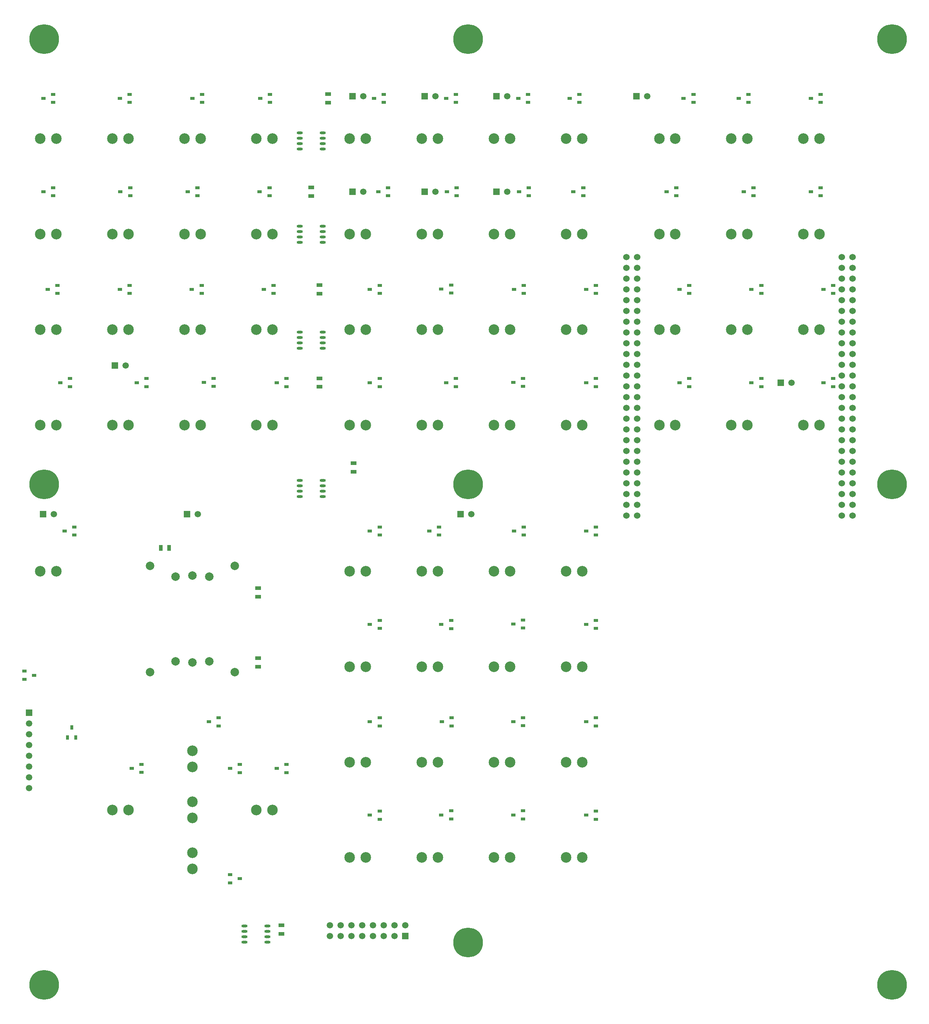
<source format=gbr>
%TF.GenerationSoftware,Altium Limited,Altium Designer,20.2.5 (213)*%
G04 Layer_Color=255*
%FSLAX45Y45*%
%MOMM*%
%TF.SameCoordinates,662F433C-BD6F-4083-8A0F-E7C0AAC1164F*%
%TF.FilePolarity,Positive*%
%TF.FileFunction,Pads,Top*%
%TF.Part,Single*%
G01*
G75*
%TA.AperFunction,SMDPad,CuDef*%
%ADD10R,1.05000X0.65000*%
%ADD11R,0.65000X1.05000*%
%ADD12R,0.95000X1.40000*%
%ADD13R,1.40000X0.95000*%
%ADD14O,1.45000X0.60000*%
%TA.AperFunction,ComponentPad*%
%ADD21C,2.50000*%
%ADD22C,1.50000*%
%ADD23R,1.50000X1.50000*%
%ADD24C,1.52400*%
%ADD25R,1.50000X1.50000*%
%ADD26C,2.00000*%
%TA.AperFunction,ViaPad*%
%ADD27C,7.00000*%
D10*
X435000Y7895000D02*
D03*
Y7705000D02*
D03*
X665000Y7800000D02*
D03*
X13914999Y4405000D02*
D03*
Y4595000D02*
D03*
X13685001Y4500000D02*
D03*
X12200000Y4410000D02*
D03*
Y4600000D02*
D03*
X11970000Y4505000D02*
D03*
X10500000Y4410000D02*
D03*
Y4600000D02*
D03*
X10270000Y4505000D02*
D03*
X8815000Y4405000D02*
D03*
Y4595000D02*
D03*
X8585000Y4500000D02*
D03*
X5285000Y3095000D02*
D03*
Y2905000D02*
D03*
X5515000Y3000000D02*
D03*
X13914999Y6605000D02*
D03*
Y6795000D02*
D03*
X13685001Y6700000D02*
D03*
X12200000Y6610000D02*
D03*
Y6800000D02*
D03*
X11970000Y6705000D02*
D03*
X10515000Y6605000D02*
D03*
Y6795000D02*
D03*
X10285000Y6700000D02*
D03*
X8815000Y6605000D02*
D03*
Y6795000D02*
D03*
X8585000Y6700000D02*
D03*
X6615000Y5505000D02*
D03*
Y5695000D02*
D03*
X6385000Y5600000D02*
D03*
X5515000Y5505000D02*
D03*
Y5695000D02*
D03*
X5285000Y5600000D02*
D03*
X3200000Y5510000D02*
D03*
Y5700000D02*
D03*
X2970000Y5605000D02*
D03*
X13914999Y8905000D02*
D03*
Y9095000D02*
D03*
X13685001Y9000000D02*
D03*
X12200000Y8910000D02*
D03*
Y9100000D02*
D03*
X11970000Y9005000D02*
D03*
X10500000Y8900000D02*
D03*
Y9090000D02*
D03*
X10270000Y8995000D02*
D03*
X8815000Y8905000D02*
D03*
Y9095000D02*
D03*
X8585000Y9000000D02*
D03*
X5015000Y6605000D02*
D03*
Y6795000D02*
D03*
X4785000Y6700000D02*
D03*
X13914999Y11105000D02*
D03*
Y11295000D02*
D03*
X13685001Y11200000D02*
D03*
X12215000Y11105000D02*
D03*
Y11295000D02*
D03*
X11985000Y11200000D02*
D03*
X10215000Y11105000D02*
D03*
Y11295000D02*
D03*
X9985000Y11200000D02*
D03*
X8815000Y11105000D02*
D03*
Y11295000D02*
D03*
X8585000Y11200000D02*
D03*
X1615000Y11105000D02*
D03*
Y11295000D02*
D03*
X1385000Y11200000D02*
D03*
X19514999Y14605000D02*
D03*
Y14795000D02*
D03*
X19285001Y14700000D02*
D03*
X17814999Y14605000D02*
D03*
Y14795000D02*
D03*
X17585001Y14700000D02*
D03*
X16114999Y14605000D02*
D03*
Y14795000D02*
D03*
X15885001Y14700000D02*
D03*
X13914999Y14605000D02*
D03*
Y14795000D02*
D03*
X13685001Y14700000D02*
D03*
X12200000Y14610001D02*
D03*
Y14800000D02*
D03*
X11970000Y14705000D02*
D03*
X10615000Y14605000D02*
D03*
Y14795000D02*
D03*
X10385000Y14700000D02*
D03*
X8815000Y14605000D02*
D03*
Y14795000D02*
D03*
X8585000Y14700000D02*
D03*
X6615000Y14605000D02*
D03*
Y14795000D02*
D03*
X6385000Y14700000D02*
D03*
X4900000Y14610001D02*
D03*
Y14800000D02*
D03*
X4670000Y14705000D02*
D03*
X3315000Y14605000D02*
D03*
Y14795000D02*
D03*
X3085000Y14700000D02*
D03*
X1515000Y14605000D02*
D03*
Y14795000D02*
D03*
X1285000Y14700000D02*
D03*
X19514999Y16805000D02*
D03*
Y16995000D02*
D03*
X19285001Y16900000D02*
D03*
X17814999Y16805000D02*
D03*
Y16995000D02*
D03*
X17585001Y16900000D02*
D03*
X16114999Y16805000D02*
D03*
Y16995000D02*
D03*
X15885001Y16900000D02*
D03*
X13914999Y16805000D02*
D03*
Y16995000D02*
D03*
X13685001Y16900000D02*
D03*
X12215000Y16805000D02*
D03*
Y16995000D02*
D03*
X11985000Y16900000D02*
D03*
X10500000Y16810001D02*
D03*
Y17000000D02*
D03*
X10270000Y16905000D02*
D03*
X8815000Y16805000D02*
D03*
Y16995000D02*
D03*
X8585000Y16900000D02*
D03*
X6315000Y16805000D02*
D03*
Y16995000D02*
D03*
X6085000Y16900000D02*
D03*
X4615000Y16805000D02*
D03*
Y16995000D02*
D03*
X4385000Y16900000D02*
D03*
X2915000Y16805000D02*
D03*
Y16995000D02*
D03*
X2685000Y16900000D02*
D03*
X1215000Y16805000D02*
D03*
Y16995000D02*
D03*
X985000Y16900000D02*
D03*
X19214999Y19105000D02*
D03*
Y19295000D02*
D03*
X18985001Y19200000D02*
D03*
X17630000Y19105000D02*
D03*
Y19295000D02*
D03*
X17400000Y19200000D02*
D03*
X15814999Y19105000D02*
D03*
Y19295000D02*
D03*
X15585001Y19200000D02*
D03*
X13614999Y19105000D02*
D03*
Y19295000D02*
D03*
X13385001Y19200000D02*
D03*
X12330000Y19105000D02*
D03*
Y19295000D02*
D03*
X12100000Y19200000D02*
D03*
X10630000Y19105000D02*
D03*
Y19295000D02*
D03*
X10400000Y19200000D02*
D03*
X9015000Y19105000D02*
D03*
Y19295000D02*
D03*
X8785000Y19200000D02*
D03*
X6215000Y19105000D02*
D03*
Y19295000D02*
D03*
X5985000Y19200000D02*
D03*
X4515000Y19105000D02*
D03*
Y19295000D02*
D03*
X4285000Y19200000D02*
D03*
X2930000Y19105000D02*
D03*
Y19295000D02*
D03*
X2700000Y19200000D02*
D03*
X1115000Y19105000D02*
D03*
Y19295000D02*
D03*
X885000Y19200000D02*
D03*
X19214999Y21305000D02*
D03*
Y21495000D02*
D03*
X18985001Y21400000D02*
D03*
X17514999Y21305000D02*
D03*
Y21495000D02*
D03*
X17285001Y21400000D02*
D03*
X16214999Y21305000D02*
D03*
Y21495000D02*
D03*
X15985001Y21400000D02*
D03*
X13530000Y21305000D02*
D03*
Y21495000D02*
D03*
X13300000Y21400000D02*
D03*
X12315000Y21305000D02*
D03*
Y21495000D02*
D03*
X12085000Y21400000D02*
D03*
X10615000Y21305000D02*
D03*
Y21495000D02*
D03*
X10385000Y21400000D02*
D03*
X8915000Y21305000D02*
D03*
Y21495000D02*
D03*
X8685000Y21400000D02*
D03*
X6230000Y21305000D02*
D03*
Y21495000D02*
D03*
X6000000Y21400000D02*
D03*
X4630000Y21305000D02*
D03*
Y21495000D02*
D03*
X4400000Y21400000D02*
D03*
X2915000Y21305000D02*
D03*
Y21495000D02*
D03*
X2685000Y21400000D02*
D03*
X1115000Y21305000D02*
D03*
Y21495000D02*
D03*
X885000Y21400000D02*
D03*
D11*
X1455000Y6335000D02*
D03*
X1645000D02*
D03*
X1550000Y6565000D02*
D03*
D12*
X3650000Y10800000D02*
D03*
X3850000D02*
D03*
D13*
X5950000Y9650000D02*
D03*
Y9850000D02*
D03*
Y8200000D02*
D03*
Y8000000D02*
D03*
X6500000Y1900000D02*
D03*
Y1700000D02*
D03*
X7400000Y14800000D02*
D03*
Y14600000D02*
D03*
Y17000000D02*
D03*
Y16800000D02*
D03*
X7200000Y19300000D02*
D03*
Y19100000D02*
D03*
X7600000Y21500000D02*
D03*
Y21300000D02*
D03*
X8200000Y12600000D02*
D03*
Y12800000D02*
D03*
D14*
X6172500Y1509500D02*
D03*
Y1636500D02*
D03*
Y1763500D02*
D03*
Y1890500D02*
D03*
X5627500Y1509500D02*
D03*
Y1636500D02*
D03*
Y1763500D02*
D03*
Y1890500D02*
D03*
X7472500Y12009500D02*
D03*
Y12136500D02*
D03*
Y12263500D02*
D03*
Y12390500D02*
D03*
X6927500Y12009500D02*
D03*
Y12136500D02*
D03*
Y12263500D02*
D03*
Y12390500D02*
D03*
X7472500Y15509500D02*
D03*
Y15636501D02*
D03*
Y15763499D02*
D03*
Y15890500D02*
D03*
X6927500Y15509500D02*
D03*
Y15636501D02*
D03*
Y15763499D02*
D03*
Y15890500D02*
D03*
X7472500Y18009500D02*
D03*
Y18136501D02*
D03*
Y18263499D02*
D03*
Y18390500D02*
D03*
X6927500Y18009500D02*
D03*
Y18136501D02*
D03*
Y18263499D02*
D03*
Y18390500D02*
D03*
X7472500Y20209500D02*
D03*
Y20336501D02*
D03*
Y20463499D02*
D03*
Y20590500D02*
D03*
X6927500Y20209500D02*
D03*
Y20336501D02*
D03*
Y20463499D02*
D03*
Y20590500D02*
D03*
D21*
X15410001Y20450000D02*
D03*
X15789999D02*
D03*
X18810001Y13700000D02*
D03*
X19189999D02*
D03*
X4400008Y4435000D02*
D03*
Y4815000D02*
D03*
X18810001Y15950000D02*
D03*
X19189999D02*
D03*
X18810001Y18200000D02*
D03*
X19189999D02*
D03*
X18810001Y20450000D02*
D03*
X19189999D02*
D03*
X17110001Y13700000D02*
D03*
X17489999D02*
D03*
X17110001Y15950000D02*
D03*
X17489999D02*
D03*
X17110001Y18200000D02*
D03*
X17489999D02*
D03*
X17110001Y20450000D02*
D03*
X17489999D02*
D03*
X15410001Y13700000D02*
D03*
X15789999D02*
D03*
X15410001Y15950000D02*
D03*
X15789999D02*
D03*
X15410001Y18200000D02*
D03*
X15789999D02*
D03*
X13210001Y13700000D02*
D03*
X13589999D02*
D03*
X11510000D02*
D03*
X11890000D02*
D03*
X9810000D02*
D03*
X10190000D02*
D03*
X8110000D02*
D03*
X8490000D02*
D03*
X13210001Y15950000D02*
D03*
X13589999D02*
D03*
X11510000D02*
D03*
X11890000D02*
D03*
X9810000D02*
D03*
X10190000D02*
D03*
X8110000D02*
D03*
X8490000D02*
D03*
X13210001Y18200000D02*
D03*
X13589999D02*
D03*
X11510000D02*
D03*
X11890000D02*
D03*
X9810000D02*
D03*
X10190000D02*
D03*
X8110000D02*
D03*
X8490000D02*
D03*
X13210001Y20450000D02*
D03*
X13589999D02*
D03*
X11510000D02*
D03*
X11890000D02*
D03*
X9810000D02*
D03*
X10190000D02*
D03*
X8110000D02*
D03*
X8490000D02*
D03*
X13210001Y10250000D02*
D03*
X13589999D02*
D03*
X13210001Y8000000D02*
D03*
X13589999D02*
D03*
X13210001Y5750000D02*
D03*
X13589999D02*
D03*
X13210001Y3500000D02*
D03*
X13589999D02*
D03*
X11510000D02*
D03*
X11890000D02*
D03*
X9810000D02*
D03*
X10190000D02*
D03*
X11510000Y10250000D02*
D03*
X11890000D02*
D03*
X9810000D02*
D03*
X10190000D02*
D03*
X8110000D02*
D03*
X8490000D02*
D03*
X11510000Y8000000D02*
D03*
X11890000D02*
D03*
X9810000D02*
D03*
X10190000D02*
D03*
X8110000D02*
D03*
X8490000D02*
D03*
X11510000Y5750000D02*
D03*
X11890000D02*
D03*
X9810000D02*
D03*
X10190000D02*
D03*
X8110000D02*
D03*
X8490000D02*
D03*
X8110000Y3500000D02*
D03*
X8490000D02*
D03*
X4400000Y3235000D02*
D03*
Y3615000D02*
D03*
Y5635000D02*
D03*
Y6015000D02*
D03*
X5910000Y4625000D02*
D03*
X6290000D02*
D03*
X2510000D02*
D03*
X2890000D02*
D03*
X810000Y10250000D02*
D03*
X1190000D02*
D03*
X5910000Y13700000D02*
D03*
X6290000D02*
D03*
X4210000D02*
D03*
X4590000D02*
D03*
X2510000D02*
D03*
X2890000D02*
D03*
X810000D02*
D03*
X1190000D02*
D03*
X5910000Y15950000D02*
D03*
X6290000D02*
D03*
X4210000D02*
D03*
X4590000D02*
D03*
X2510000D02*
D03*
X2890000D02*
D03*
X810000D02*
D03*
X1190000D02*
D03*
X5910000Y18200000D02*
D03*
X6290000D02*
D03*
X4210000D02*
D03*
X4590000D02*
D03*
X2510000D02*
D03*
X2890000D02*
D03*
X810000D02*
D03*
X1190000D02*
D03*
X5910000Y20450000D02*
D03*
X6290000D02*
D03*
X4210000D02*
D03*
X4590000D02*
D03*
X2510000D02*
D03*
X2890000D02*
D03*
X810000D02*
D03*
X1190000D02*
D03*
D22*
X2827000Y15100000D02*
D03*
X9416000Y1904000D02*
D03*
X9162000Y1650000D02*
D03*
Y1904000D02*
D03*
X8908000Y1650000D02*
D03*
Y1904000D02*
D03*
X8654000Y1650000D02*
D03*
Y1904000D02*
D03*
X8400000Y1650000D02*
D03*
Y1904000D02*
D03*
X8146000Y1650000D02*
D03*
Y1904000D02*
D03*
X7892000Y1650000D02*
D03*
Y1904000D02*
D03*
X7638000Y1650000D02*
D03*
Y1904000D02*
D03*
X550000Y6658000D02*
D03*
Y6404000D02*
D03*
Y6150000D02*
D03*
Y5896000D02*
D03*
Y5642000D02*
D03*
Y5388000D02*
D03*
Y5134000D02*
D03*
X10977000Y11600000D02*
D03*
X4527000D02*
D03*
X1127000D02*
D03*
X18527000Y14700000D02*
D03*
X11827000Y19200000D02*
D03*
X10127000D02*
D03*
X8427000D02*
D03*
X15127000Y21450000D02*
D03*
X11827000D02*
D03*
X10127000D02*
D03*
X8427000D02*
D03*
D23*
X2573000Y15100000D02*
D03*
X9416000Y1650000D02*
D03*
X10723000Y11600000D02*
D03*
X4273000D02*
D03*
X873000D02*
D03*
X18273000Y14700000D02*
D03*
X11573000Y19200000D02*
D03*
X9873000D02*
D03*
X8173000D02*
D03*
X14873000Y21450000D02*
D03*
X11573000D02*
D03*
X9873000D02*
D03*
X8173000D02*
D03*
D24*
X19967999Y17656000D02*
D03*
X19714000D02*
D03*
X19967999Y17402000D02*
D03*
X19714000D02*
D03*
X19967999Y17148000D02*
D03*
X19714000D02*
D03*
X19967999Y16894000D02*
D03*
X19714000D02*
D03*
X19967999Y16639999D02*
D03*
X19714000D02*
D03*
X19967999Y16386000D02*
D03*
X19714000D02*
D03*
X19967999Y16132001D02*
D03*
X19714000D02*
D03*
X19967999Y15878000D02*
D03*
X19714000D02*
D03*
X19967999Y15624001D02*
D03*
X19714000D02*
D03*
X19967999Y15370000D02*
D03*
X19714000D02*
D03*
X19967999Y15116000D02*
D03*
X19714000D02*
D03*
X19967999Y14862000D02*
D03*
X19714000D02*
D03*
X19967999Y14608000D02*
D03*
X19714000D02*
D03*
X19967999Y14353999D02*
D03*
X19714000D02*
D03*
X19967999Y14100000D02*
D03*
X19714000D02*
D03*
X19967999Y13846001D02*
D03*
X19714000D02*
D03*
X19967999Y13592000D02*
D03*
X19714000D02*
D03*
X19967999Y13338000D02*
D03*
X19714000D02*
D03*
X19967999Y13084000D02*
D03*
X19714000D02*
D03*
X19967999Y12830000D02*
D03*
X19714000D02*
D03*
X19967999Y12576000D02*
D03*
X19714000D02*
D03*
X19967999Y12322000D02*
D03*
X19714000D02*
D03*
X19967999Y12068000D02*
D03*
X19714000D02*
D03*
X19967999Y11814000D02*
D03*
X19714000D02*
D03*
X19967999Y11560000D02*
D03*
X19714000D02*
D03*
X14888000Y17656000D02*
D03*
X14634000D02*
D03*
X14888000Y17402000D02*
D03*
X14634000D02*
D03*
X14888000Y17148000D02*
D03*
X14634000D02*
D03*
X14888000Y16894000D02*
D03*
X14634000D02*
D03*
X14888000Y16639999D02*
D03*
X14634000D02*
D03*
X14888000Y16386000D02*
D03*
X14634000D02*
D03*
X14888000Y16132001D02*
D03*
X14634000D02*
D03*
X14888000Y15878000D02*
D03*
X14634000D02*
D03*
X14888000Y15624001D02*
D03*
X14634000D02*
D03*
X14888000Y15370000D02*
D03*
X14634000D02*
D03*
X14888000Y15116000D02*
D03*
X14634000D02*
D03*
X14888000Y14862000D02*
D03*
X14634000D02*
D03*
X14888000Y14608000D02*
D03*
X14634000D02*
D03*
X14888000Y14353999D02*
D03*
X14634000D02*
D03*
X14888000Y14100000D02*
D03*
X14634000D02*
D03*
X14888000Y13846001D02*
D03*
X14634000D02*
D03*
X14888000Y13592000D02*
D03*
X14634000D02*
D03*
X14888000Y13338000D02*
D03*
X14634000D02*
D03*
X14888000Y13084000D02*
D03*
X14634000D02*
D03*
X14888000Y12830000D02*
D03*
X14634000D02*
D03*
X14888000Y12576000D02*
D03*
X14634000D02*
D03*
X14888000Y12322000D02*
D03*
X14634000D02*
D03*
X14888000Y12068000D02*
D03*
X14634000D02*
D03*
X14888000Y11814000D02*
D03*
X14634000D02*
D03*
X14888000Y11560000D02*
D03*
X14634000D02*
D03*
D25*
X550000Y6912000D02*
D03*
D26*
X4800000Y8125000D02*
D03*
X4000000D02*
D03*
X4800000Y10125000D02*
D03*
X4000000D02*
D03*
X4400000Y8100000D02*
D03*
Y10150000D02*
D03*
X5400000Y10375000D02*
D03*
X3400000D02*
D03*
X5400000Y7875000D02*
D03*
X3400000D02*
D03*
D27*
X900000Y22800000D02*
D03*
Y12300000D02*
D03*
Y500000D02*
D03*
X10900000Y22800000D02*
D03*
Y12300000D02*
D03*
Y1500000D02*
D03*
X20900000Y500000D02*
D03*
Y12300000D02*
D03*
Y22800000D02*
D03*
%TF.MD5,15806869e955470cc8b52e22eeb4eee1*%
M02*

</source>
